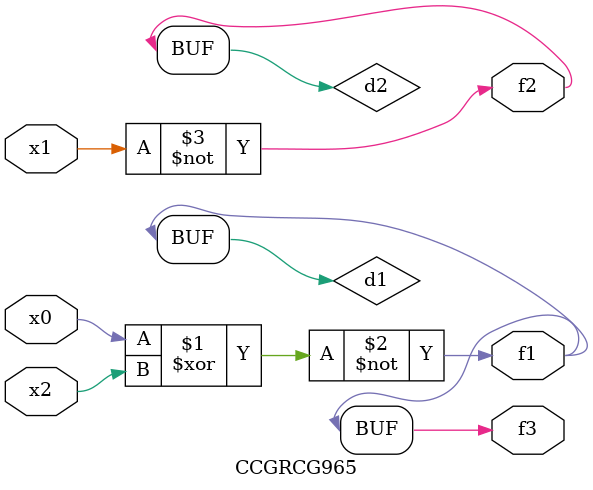
<source format=v>
module CCGRCG965(
	input x0, x1, x2,
	output f1, f2, f3
);

	wire d1, d2, d3;

	xnor (d1, x0, x2);
	nand (d2, x1);
	nor (d3, x1, x2);
	assign f1 = d1;
	assign f2 = d2;
	assign f3 = d1;
endmodule

</source>
